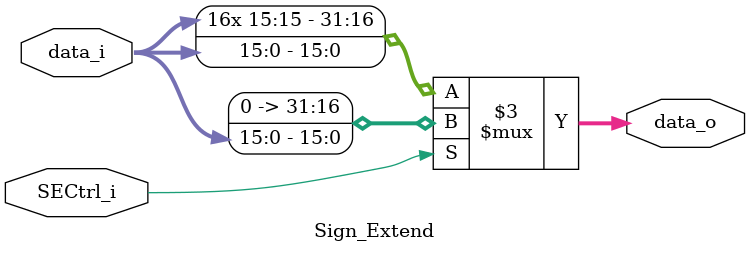
<source format=v>

module Sign_Extend(
    data_i,
	 SECtrl_i,
    data_o
    );
               
//I/O ports
input   [16-1:0] data_i;
input            SECtrl_i;
output  [32-1:0] data_o;

//Internal Signals
reg     [32-1:0] data_o;

//Sign extended
always@(*)begin
	if (SECtrl_i)
		data_o <= {16'd0, data_i};
	else
		data_o <= {{16{data_i[15]}}, data_i};
end
endmodule      
     
</source>
